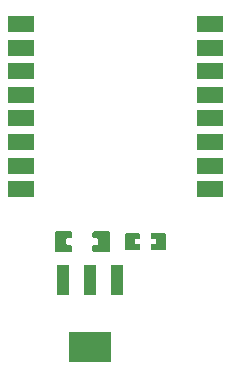
<source format=gbp>
G04 Layer: BottomPasteMaskLayer*
G04 EasyEDA v6.5.51, 2025-11-13 11:14:40*
G04 bf1f3799a3224107ae82f300eded96c1,09fcd8053ca944d09a55be336b12f992,10*
G04 Gerber Generator version 0.2*
G04 Scale: 100 percent, Rotated: No, Reflected: No *
G04 Dimensions in millimeters *
G04 leading zeros omitted , absolute positions ,4 integer and 5 decimal *
%FSLAX45Y45*%
%MOMM*%

%AMMACRO1*21,1,$1,$2,0,0,$3*%
%ADD10MACRO1,2.2001X1.4X0.0000*%
%ADD11MACRO1,0.9799X2.4701X0.0000*%
%ADD12MACRO1,3.6002X2.4701X0.0000*%
%ADD13C,0.0115*%

%LPD*%
G36*
X1434795Y-1988413D02*
G01*
X1429816Y-1993392D01*
X1429308Y-2034387D01*
X1474317Y-2034387D01*
X1474317Y-2079396D01*
X1430274Y-2079396D01*
X1429816Y-2121408D01*
X1434795Y-2126386D01*
X1549806Y-2126386D01*
X1554784Y-2121408D01*
X1554784Y-1993392D01*
X1549806Y-1988413D01*
G37*
G36*
X1218793Y-1988413D02*
G01*
X1213815Y-1993392D01*
X1213815Y-2121408D01*
X1218793Y-2126386D01*
X1333804Y-2126386D01*
X1338783Y-2121408D01*
X1339291Y-2080412D01*
X1294282Y-2080412D01*
X1294282Y-2035403D01*
X1338326Y-2035403D01*
X1338783Y-1993392D01*
X1333804Y-1988413D01*
G37*
G36*
X627380Y-1970989D02*
G01*
X617423Y-1980996D01*
X617423Y-2133803D01*
X627380Y-2143810D01*
X755904Y-2143810D01*
X765911Y-2133803D01*
X765911Y-2096770D01*
X755904Y-2086762D01*
X725424Y-2086762D01*
X715416Y-2076754D01*
X715416Y-2038045D01*
X725424Y-2028037D01*
X755904Y-2028037D01*
X765911Y-2018030D01*
X765911Y-1980996D01*
X755904Y-1970989D01*
G37*
G36*
X945896Y-1970989D02*
G01*
X935888Y-1980996D01*
X935888Y-2018030D01*
X945896Y-2028037D01*
X976376Y-2028037D01*
X986383Y-2038045D01*
X986383Y-2076754D01*
X976376Y-2086762D01*
X945896Y-2086762D01*
X935888Y-2096770D01*
X935888Y-2133803D01*
X945896Y-2143810D01*
X1074420Y-2143810D01*
X1084376Y-2133803D01*
X1084376Y-1980996D01*
X1074420Y-1970989D01*
G37*
D10*
G01*
X1930298Y-214401D03*
G01*
X1930298Y-414401D03*
G01*
X1930298Y-614400D03*
G01*
X1930298Y-814400D03*
G01*
X1930298Y-1014399D03*
G01*
X1930298Y-1214399D03*
G01*
X1930298Y-1414398D03*
G01*
X1930298Y-1614398D03*
G01*
X330301Y-1614398D03*
G01*
X330301Y-1414398D03*
G01*
X330301Y-1214399D03*
G01*
X330301Y-1014399D03*
G01*
X330301Y-814400D03*
G01*
X330301Y-614400D03*
G01*
X330301Y-414553D03*
G01*
X330301Y-214401D03*
D11*
G01*
X684402Y-2383497D03*
G01*
X914400Y-2383497D03*
G01*
X1144397Y-2383497D03*
D12*
G01*
X914400Y-2950502D03*
M02*

</source>
